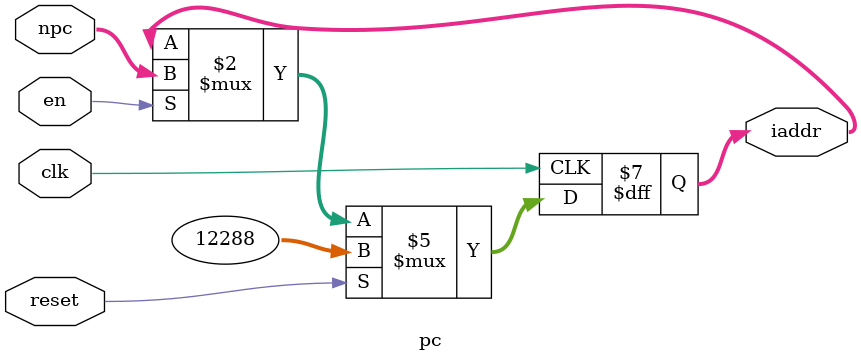
<source format=v>
module pc(input clk, input en, input reset, input [31:0]npc, output reg[31:0]iaddr);
always @(posedge clk) begin
    if(reset)
        iaddr <= 32'h00003000;
    else if(en)
        iaddr <= npc;
    //$display("%h",iaddr);
end

endmodule
</source>
